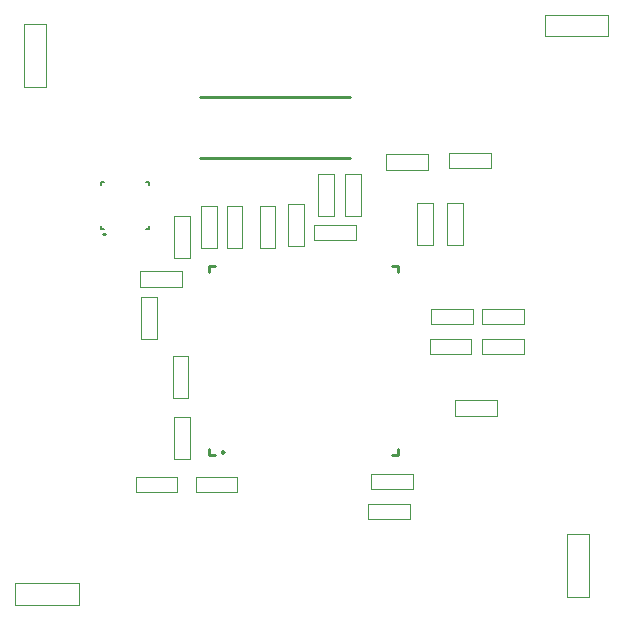
<source format=gto>
G04*
G04 #@! TF.GenerationSoftware,Altium Limited,Altium Designer,22.7.1 (60)*
G04*
G04 Layer_Color=65535*
%FSLAX25Y25*%
%MOIN*%
G70*
G04*
G04 #@! TF.SameCoordinates,BF298F06-0039-4E40-975A-608DE0A09416*
G04*
G04*
G04 #@! TF.FilePolarity,Positive*
G04*
G01*
G75*
%ADD10C,0.01000*%
%ADD11C,0.00500*%
%ADD12C,0.00300*%
D10*
X83400Y60500D02*
X82800Y60846D01*
Y60154D01*
X83400Y60500D01*
X43750Y133000D02*
X43250D01*
X43750D01*
X75500Y178750D02*
X125500D01*
X75500Y158250D02*
X125500D01*
X78504Y59504D02*
X80504D01*
X78504D02*
Y61504D01*
X141496Y59504D02*
Y61504D01*
X139496Y59504D02*
X141496D01*
X139496Y122496D02*
X141496D01*
Y120496D02*
Y122496D01*
X78504Y120496D02*
Y122496D01*
X80504D01*
D11*
X57374Y134626D02*
X58374D01*
Y135626D01*
Y149374D02*
Y150374D01*
X57374D02*
X58374D01*
X42626D02*
X43626D01*
X42626Y149374D02*
Y150374D01*
Y134626D02*
Y135626D01*
Y134626D02*
X43626D01*
D12*
X169532Y98075D02*
X183468D01*
X169532Y92925D02*
Y98075D01*
X183468Y92925D02*
Y98075D01*
X169532Y92925D02*
X183468D01*
X152032D02*
X165969D01*
Y98075D01*
X152032Y92925D02*
Y98075D01*
X165969D01*
X169532Y108075D02*
X183468D01*
X169532Y102925D02*
Y108075D01*
X183468Y102925D02*
Y108075D01*
X169532Y102925D02*
X183468D01*
X152532D02*
X166469D01*
Y108075D01*
X152532Y102925D02*
Y108075D01*
X166469D01*
X158531Y160075D02*
X172468D01*
X158531Y154925D02*
Y160075D01*
X172468Y154925D02*
Y160075D01*
X158531Y154925D02*
X172468D01*
X137531Y154425D02*
X151469D01*
Y159575D01*
X137531Y154425D02*
Y159575D01*
X151469D01*
X163075Y129532D02*
Y143468D01*
X157925D02*
X163075D01*
X157925Y129532D02*
X163075D01*
X157925D02*
Y143468D01*
X147925Y129532D02*
Y143468D01*
Y129532D02*
X153075D01*
X147925Y143468D02*
X153075D01*
Y129532D02*
Y143468D01*
X129075Y139032D02*
Y152969D01*
X123925D02*
X129075D01*
X123925Y139032D02*
X129075D01*
X123925D02*
Y152969D01*
X120075Y139032D02*
Y152969D01*
X114925D02*
X120075D01*
X114925Y139032D02*
X120075D01*
X114925D02*
Y152969D01*
X113531Y130925D02*
X127469D01*
Y136075D01*
X113531Y130925D02*
Y136075D01*
X127469D01*
X160531Y77575D02*
X174469D01*
X160531Y72425D02*
Y77575D01*
X174469Y72425D02*
Y77575D01*
X160531Y72425D02*
X174469D01*
X110075Y129032D02*
Y142968D01*
X104925D02*
X110075D01*
X104925Y129032D02*
X110075D01*
X104925D02*
Y142968D01*
X100575Y128532D02*
Y142469D01*
X95425D02*
X100575D01*
X95425Y128532D02*
X100575D01*
X95425D02*
Y142469D01*
X84425Y128532D02*
Y142469D01*
Y128532D02*
X89575D01*
X84425Y142469D02*
X89575D01*
Y128532D02*
Y142469D01*
X81075Y128532D02*
Y142469D01*
X75925D02*
X81075D01*
X75925Y128532D02*
X81075D01*
X75925D02*
Y142469D01*
X72075Y125031D02*
Y138969D01*
X66925D02*
X72075D01*
X66925Y125031D02*
X72075D01*
X66925D02*
Y138969D01*
X55532Y120575D02*
X69468D01*
X55532Y115425D02*
Y120575D01*
X69468Y115425D02*
Y120575D01*
X55532Y115425D02*
X69468D01*
X61075Y98032D02*
Y111969D01*
X55925D02*
X61075D01*
X55925Y98032D02*
X61075D01*
X55925D02*
Y111969D01*
X66425Y78531D02*
Y92469D01*
Y78531D02*
X71575D01*
X66425Y92469D02*
X71575D01*
Y78531D02*
Y92469D01*
X66925Y58031D02*
Y71969D01*
Y58031D02*
X72075D01*
X66925Y71969D02*
X72075D01*
Y58031D02*
Y71969D01*
X54031Y46925D02*
X67968D01*
Y52075D01*
X54031Y46925D02*
Y52075D01*
X67968D01*
X132531Y47925D02*
X146468D01*
Y53075D01*
X132531Y47925D02*
Y53075D01*
X146468D01*
X131532Y43075D02*
X145468D01*
X131532Y37925D02*
Y43075D01*
X145468Y37925D02*
Y43075D01*
X131532Y37925D02*
X145468D01*
X74032Y46925D02*
X87968D01*
Y52075D01*
X74032Y46925D02*
Y52075D01*
X87968D01*
X13941Y16559D02*
X35059D01*
X13941Y9441D02*
Y16559D01*
X35059Y9441D02*
Y16559D01*
X13941Y9441D02*
X35059D01*
X16941Y181941D02*
Y203059D01*
Y181941D02*
X24059D01*
X16941Y203059D02*
X24059D01*
Y181941D02*
Y203059D01*
X190441Y206059D02*
X211559D01*
X190441Y198941D02*
Y206059D01*
X211559Y198941D02*
Y206059D01*
X190441Y198941D02*
X211559D01*
X205059Y11941D02*
Y33059D01*
X197941D02*
X205059D01*
X197941Y11941D02*
X205059D01*
X197941D02*
Y33059D01*
M02*

</source>
